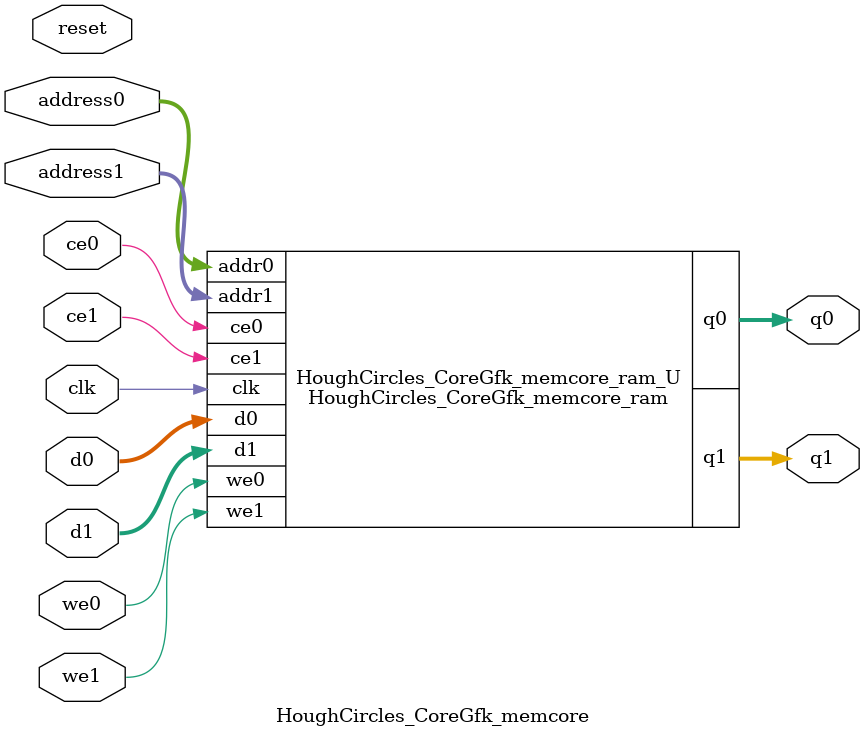
<source format=v>

`timescale 1 ns / 1 ps
module HoughCircles_CoreGfk_memcore_ram (addr0, ce0, d0, we0, q0, addr1, ce1, d1, we1, q1,  clk);

parameter DWIDTH = 16;
parameter AWIDTH = 9;
parameter MEM_SIZE = 300;

input[AWIDTH-1:0] addr0;
input ce0;
input[DWIDTH-1:0] d0;
input we0;
output reg[DWIDTH-1:0] q0;
input[AWIDTH-1:0] addr1;
input ce1;
input[DWIDTH-1:0] d1;
input we1;
output reg[DWIDTH-1:0] q1;
input clk;

(* ram_style = "block" *)reg [DWIDTH-1:0] ram[0:MEM_SIZE-1];




always @(posedge clk)  
begin 
    if (ce0) 
    begin
        if (we0) 
        begin 
            ram[addr0] <= d0; 
            q0 <= d0;
        end 
        else 
            q0 <= ram[addr0];
    end
end


always @(posedge clk)  
begin 
    if (ce1) 
    begin
        if (we1) 
        begin 
            ram[addr1] <= d1; 
            q1 <= d1;
        end 
        else 
            q1 <= ram[addr1];
    end
end


endmodule


`timescale 1 ns / 1 ps
module HoughCircles_CoreGfk_memcore(
    reset,
    clk,
    address0,
    ce0,
    we0,
    d0,
    q0,
    address1,
    ce1,
    we1,
    d1,
    q1);

parameter DataWidth = 32'd16;
parameter AddressRange = 32'd300;
parameter AddressWidth = 32'd9;
input reset;
input clk;
input[AddressWidth - 1:0] address0;
input ce0;
input we0;
input[DataWidth - 1:0] d0;
output[DataWidth - 1:0] q0;
input[AddressWidth - 1:0] address1;
input ce1;
input we1;
input[DataWidth - 1:0] d1;
output[DataWidth - 1:0] q1;



HoughCircles_CoreGfk_memcore_ram HoughCircles_CoreGfk_memcore_ram_U(
    .clk( clk ),
    .addr0( address0 ),
    .ce0( ce0 ),
    .we0( we0 ),
    .d0( d0 ),
    .q0( q0 ),
    .addr1( address1 ),
    .ce1( ce1 ),
    .we1( we1 ),
    .d1( d1 ),
    .q1( q1 ));

endmodule


</source>
